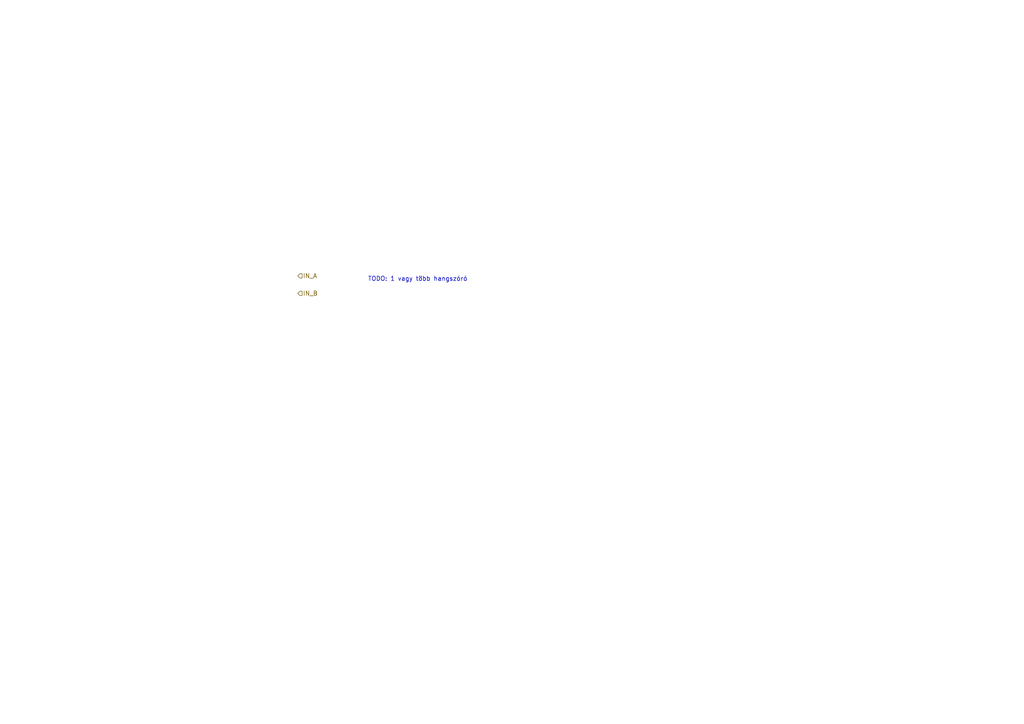
<source format=kicad_sch>
(kicad_sch
	(version 20250114)
	(generator "eeschema")
	(generator_version "9.0")
	(uuid "c5c9c959-717e-4e08-946c-a7e958866d3d")
	(paper "A4")
	(lib_symbols)
	(text "TODO: 1 vagy több hangszóró"
		(exclude_from_sim no)
		(at 121.158 81.026 0)
		(effects
			(font
				(size 1.27 1.27)
			)
		)
		(uuid "9d8cbc23-1e41-4a4c-ae35-ea5e48d28bdd")
	)
	(hierarchical_label "IN_A"
		(shape input)
		(at 86.36 80.01 0)
		(effects
			(font
				(size 1.27 1.27)
			)
			(justify left)
		)
		(uuid "40113c42-1d24-4df5-9078-da068d86a23f")
	)
	(hierarchical_label "IN_B"
		(shape input)
		(at 86.36 85.09 0)
		(effects
			(font
				(size 1.27 1.27)
			)
			(justify left)
		)
		(uuid "c2d225e0-abc0-4451-8c8e-93113faee6f9")
	)
)

</source>
